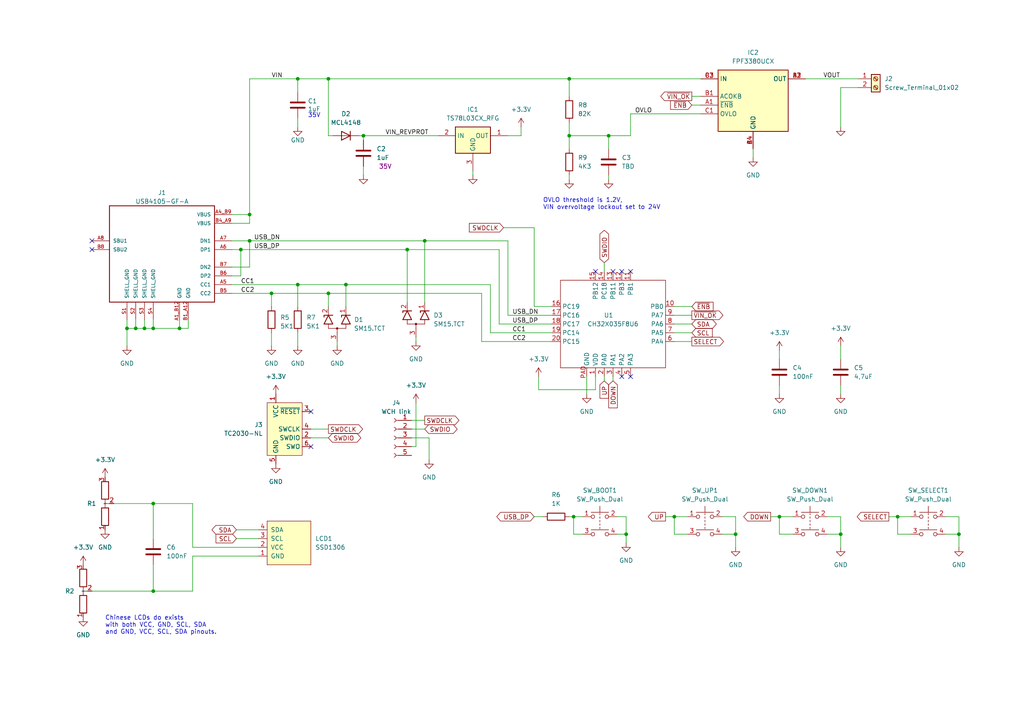
<source format=kicad_sch>
(kicad_sch (version 20230121) (generator eeschema)
  (paper "A4")
  (lib_symbols
    (symbol "CH32X035:CH32X035F8U6"
      (property "Reference" "U" (at 0 0 0))
      (symbol "CH32X035F8U6_1_0"
        (polyline (pts (xy -15.24 12.7) (xy -5.08 12.7) (xy 15.24 12.7) (xy 15.24 -12.7) (xy 12.7 -12.7) (xy -15.24 -12.7) (xy -15.24 12.7) (xy -5.08 12.7)))
      )
      (symbol "CH32X035F8U6_1_1"
        (pin power_in line (at -5.08 -15.24 90) (length 2.54) (name "VDD") (number "1"))
        (pin bidirectional line (at 17.78 5.08 180) (length 2.54) (name "PB0") (number "10"))
        (pin bidirectional line (at 5.08 15.24 270) (length 2.54) (name "PB1") (number "11"))
        (pin bidirectional line (at 2.54 15.24 270) (length 2.54) (name "PB3") (number "12"))
        (pin bidirectional line (at 0 15.24 270) (length 2.54) (name "PB11") (number "13"))
        (pin bidirectional line (at -2.54 15.24 270) (length 2.54) (name "PC18") (number "14"))
        (pin bidirectional line (at -5.08 15.24 270) (length 2.54) (name "PB12") (number "15"))
        (pin bidirectional line (at -17.78 5.08 0) (length 2.54) (name "PC19") (number "16"))
        (pin bidirectional line (at -17.78 2.54 0) (length 2.54) (name "PC16") (number "17"))
        (pin bidirectional line (at -17.78 0 0) (length 2.54) (name "PC17") (number "18"))
        (pin bidirectional line (at -17.78 -2.54 0) (length 2.54) (name "PC14") (number "19"))
        (pin bidirectional line (at -2.54 -15.24 90) (length 2.54) (name "PA0") (number "2"))
        (pin bidirectional line (at -17.78 -5.08 0) (length 2.54) (name "PC15") (number "20"))
        (pin bidirectional line (at 0 -15.24 90) (length 2.54) (name "PA1") (number "3"))
        (pin bidirectional line (at 2.54 -15.24 90) (length 2.54) (name "PA2") (number "4"))
        (pin bidirectional line (at 5.08 -15.24 90) (length 2.54) (name "PA3") (number "5"))
        (pin bidirectional line (at 17.78 -5.08 180) (length 2.54) (name "PA4") (number "6"))
        (pin bidirectional line (at 17.78 -2.54 180) (length 2.54) (name "PA5") (number "7"))
        (pin bidirectional line (at 17.78 0 180) (length 2.54) (name "PA6") (number "8"))
        (pin bidirectional line (at 17.78 2.54 180) (length 2.54) (name "PA7") (number "9"))
        (pin bidirectional line (at -7.62 -15.24 90) (length 2.54) (name "GND") (number "PAD"))
      )
    )
    (symbol "Connector:Conn_01x05_Socket" (pin_names (offset 1.016) hide)
      (property "Reference" "J" (at 0 7.62 0))
      (property "Value" "Conn_01x05_Socket" (at 0 -7.62 0))
      (symbol "Conn_01x05_Socket_1_1"
        (arc (start 0 -4.572) (mid -0.5058 -5.08) (end 0 -5.588) (stroke (width 0.1524)))
        (arc (start 0 -2.032) (mid -0.5058 -2.54) (end 0 -3.048) (stroke (width 0.1524)))
        (polyline (pts (xy -1.27 -5.08) (xy -0.508 -5.08)) (stroke (width 0.1524)))
        (polyline (pts (xy -1.27 -2.54) (xy -0.508 -2.54)) (stroke (width 0.1524)))
        (polyline (pts (xy -1.27 0) (xy -0.508 0)) (stroke (width 0.1524)))
        (polyline (pts (xy -1.27 2.54) (xy -0.508 2.54)) (stroke (width 0.1524)))
        (polyline (pts (xy -1.27 5.08) (xy -0.508 5.08)) (stroke (width 0.1524)))
        (arc (start 0 0.508) (mid -0.5058 0) (end 0 -0.508) (stroke (width 0.1524)))
        (arc (start 0 3.048) (mid -0.5058 2.54) (end 0 2.032) (stroke (width 0.1524)))
        (arc (start 0 5.588) (mid -0.5058 5.08) (end 0 4.572) (stroke (width 0.1524)))
        (pin passive line (at -5.08 5.08 0) (length 3.81) (name "Pin_1") (number "1"))
        (pin passive line (at -5.08 2.54 0) (length 3.81) (name "Pin_2") (number "2"))
        (pin passive line (at -5.08 0 0) (length 3.81) (name "Pin_3") (number "3"))
        (pin passive line (at -5.08 -2.54 0) (length 3.81) (name "Pin_4") (number "4"))
        (pin passive line (at -5.08 -5.08 0) (length 3.81) (name "Pin_5") (number "5"))
      )
    )
    (symbol "Connector:Conn_ARM_SWD_TagConnect_TC2030-NL" (in_bom no)
      (property "Reference" "J" (at 2.54 11.43 0))
      (property "Value" "Conn_ARM_SWD_TagConnect_TC2030-NL" (at 2.54 8.89 0))
      (symbol "Conn_ARM_SWD_TagConnect_TC2030-NL_0_0"
        (pin power_in line (at -2.54 10.16 270) (length 2.54) (name "VCC") (number "1"))
        (pin bidirectional line (at 7.62 -2.54 180) (length 2.54) (name "SWDIO") (number "2"))
        (pin open_collector line (at 7.62 5.08 180) (length 2.54) (name "~{RESET}") (number "3"))
        (pin output line (at 7.62 0 180) (length 2.54) (name "SWCLK") (number "4"))
        (pin power_in line (at -2.54 -10.16 90) (length 2.54) (name "GND") (number "5"))
        (pin input line (at 7.62 -5.08 180) (length 2.54) (name "SWO") (number "6"))
      )
      (symbol "Conn_ARM_SWD_TagConnect_TC2030-NL_0_1"
        (rectangle (start -5.08 7.62) (end 5.08 -7.62) (fill (type background)))
      )
    )
    (symbol "Connector:Screw_Terminal_01x02" (pin_names (offset 1.016) hide)
      (property "Reference" "J" (at 0 2.54 0))
      (property "Value" "Screw_Terminal_01x02" (at 0 -5.08 0))
      (symbol "Screw_Terminal_01x02_1_1"
        (rectangle (start -1.27 1.27) (end 1.27 -3.81) (stroke (width 0.254)) (fill (type background)))
        (circle (center 0 -2.54) (radius 0.635) (stroke (width 0.1524)))
        (polyline (pts (xy -0.5334 -2.2098) (xy 0.3302 -3.048)) (stroke (width 0.1524)))
        (polyline (pts (xy -0.5334 0.3302) (xy 0.3302 -0.508)) (stroke (width 0.1524)))
        (polyline (pts (xy -0.3556 -2.032) (xy 0.508 -2.8702)) (stroke (width 0.1524)))
        (polyline (pts (xy -0.3556 0.508) (xy 0.508 -0.3302)) (stroke (width 0.1524)))
        (circle (center 0 0) (radius 0.635) (stroke (width 0.1524)))
        (pin passive line (at -5.08 0 0) (length 3.81) (name "Pin_1") (number "1"))
        (pin passive line (at -5.08 -2.54 0) (length 3.81) (name "Pin_2") (number "2"))
      )
    )
    (symbol "Device:C" (pin_numbers hide) (pin_names (offset 0.254))
      (property "Reference" "C" (at 0.635 2.54 0))
      (property "Value" "C" (at 0.635 -2.54 0))
      (symbol "C_0_1"
        (polyline (pts (xy -2.032 -0.762) (xy 2.032 -0.762)) (stroke (width 0.508)))
        (polyline (pts (xy -2.032 0.762) (xy 2.032 0.762)) (stroke (width 0.508)))
      )
      (symbol "C_1_1"
        (pin passive line (at 0 3.81 270) (length 2.794) (name "~") (number "1"))
        (pin passive line (at 0 -3.81 90) (length 2.794) (name "~") (number "2"))
      )
    )
    (symbol "Device:R" (pin_numbers hide) (pin_names (offset 0))
      (property "Reference" "R" (at 2.032 0 90))
      (property "Value" "R" (at 0 0 90))
      (symbol "R_0_1"
        (rectangle (start -1.016 -2.54) (end 1.016 2.54) (stroke (width 0.254)))
      )
      (symbol "R_1_1"
        (pin passive line (at 0 3.81 270) (length 1.27) (name "~") (number "1"))
        (pin passive line (at 0 -3.81 90) (length 1.27) (name "~") (number "2"))
      )
    )
    (symbol "Diode:MCL4148" (pin_numbers hide) (pin_names hide)
      (property "Reference" "D" (at 0 2.54 0))
      (property "Value" "MCL4148" (at 0 -2.54 0))
      (symbol "MCL4148_0_1"
        (polyline (pts (xy -1.27 1.27) (xy -1.27 -1.27)) (stroke (width 0.254)))
        (polyline (pts (xy 1.27 0) (xy -1.27 0)))
        (polyline (pts (xy 1.27 1.27) (xy 1.27 -1.27) (xy -1.27 0) (xy 1.27 1.27)) (stroke (width 0.254)))
      )
      (symbol "MCL4148_1_1"
        (pin passive line (at -3.81 0 0) (length 2.54) (name "K") (number "1"))
        (pin passive line (at 3.81 0 180) (length 2.54) (name "A") (number "2"))
      )
    )
    (symbol "FPF3380UCX:FPF3380UCX"
      (property "Reference" "IC" (at 26.67 7.62 0))
      (property "Value" "FPF3380UCX" (at 26.67 5.08 0))
      (symbol "FPF3380UCX_1_1"
        (rectangle (start 5.08 2.54) (end 25.4 -15.24) (stroke (width 0.254)) (fill (type background)))
        (pin input line (at 0 -7.62 0) (length 5.08) (name "~{ENB}") (number "A1"))
        (pin passive line (at 30.48 0 180) (length 5.08) (name "OUT") (number "A2"))
        (pin passive line (at 30.48 0 180) (length 5.08) (name "OUT") (number "A3"))
        (pin passive line (at 15.24 -20.32 90) (length 5.08) (name "GND") (number "A4"))
        (pin open_collector line (at 0 -5.08 0) (length 5.08) (name "ACOKB") (number "B1"))
        (pin passive line (at 30.48 0 180) (length 5.08) (name "OUT") (number "B2"))
        (pin passive line (at 0 0 0) (length 5.08) (name "IN") (number "B3"))
        (pin passive line (at 15.24 -20.32 90) (length 5.08) (name "GND") (number "B4"))
        (pin passive line (at 0 -10.16 0) (length 5.08) (name "OVLO") (number "C1"))
        (pin passive line (at 0 0 0) (length 5.08) (name "IN") (number "C2"))
        (pin passive line (at 0 0 0) (length 5.08) (name "IN") (number "C3"))
        (pin passive line (at 15.24 -20.32 90) (length 5.08) (name "GND") (number "C4"))
      )
    )
    (symbol "Power_Protection:RCLAMP0502B" (pin_names hide)
      (property "Reference" "D" (at 0 5.08 0))
      (property "Value" "RCLAMP0502B" (at 0 -5.08 0))
      (symbol "RCLAMP0502B_0_1"
        (polyline (pts (xy -2.54 0) (xy -1.27 0)))
        (polyline (pts (xy -1.27 2.54) (xy -1.27 -2.54)))
        (polyline (pts (xy 0 2.54) (xy -1.27 2.54)) (stroke (width 0.1524)))
        (polyline (pts (xy 2.54 3.81) (xy 2.54 1.27) (xy 2.032 1.27)) (stroke (width 0.254)))
        (polyline (pts (xy 0 1.27) (xy 0 3.81) (xy 2.54 2.54) (xy 0 1.27)) (stroke (width 0.254)))
        (pin passive line (at -5.08 0 0) (length 2.54) (name "A") (number "3"))
      )
      (symbol "RCLAMP0502B_1_1"
        (circle (center -1.27 0) (radius 0.254) (fill (type outline)))
        (polyline (pts (xy 0 -2.54) (xy -1.27 -2.54)) (stroke (width 0.1524)))
        (polyline (pts (xy 2.54 -1.27) (xy 2.54 -3.81) (xy 2.032 -3.81)) (stroke (width 0.254)))
        (polyline (pts (xy 0 -3.81) (xy 0 -1.27) (xy 2.54 -2.54) (xy 0 -3.81)) (stroke (width 0.254)))
        (pin passive line (at 5.08 2.54 180) (length 2.54) (name "K1") (number "1"))
        (pin passive line (at 5.08 -2.54 180) (length 2.54) (name "K2") (number "2"))
      )
    )
    (symbol "SSD1306-128x64_OLED:SSD1306" (pin_names (offset 1.016))
      (property "Reference" "LCD" (at 0 -3.81 0))
      (property "Value" "SSD1306" (at 0 -1.27 0))
      (symbol "SSD1306_0_1"
        (rectangle (start -6.35 6.35) (end 6.35 -6.35) (fill (type background)))
      )
      (symbol "SSD1306_1_1"
        (pin passive line (at -3.81 8.89 270) (length 2.54) (name "GND") (number "1"))
        (pin passive line (at -1.27 8.89 270) (length 2.54) (name "VCC") (number "2"))
        (pin input line (at 1.27 8.89 270) (length 2.54) (name "SCL") (number "3"))
        (pin bidirectional line (at 3.81 8.89 270) (length 2.54) (name "SDA") (number "4"))
      )
    )
    (symbol "Switch:SW_Push_Dual" (pin_names (offset 1.016) hide)
      (property "Reference" "SW" (at 1.27 2.54 0))
      (property "Value" "SW_Push_Dual" (at 0 -6.858 0))
      (symbol "SW_Push_Dual_0_1"
        (circle (center -2.032 -5.08) (radius 0.508))
        (circle (center -2.032 0) (radius 0.508))
        (polyline (pts (xy 0 -3.048) (xy 0 -3.556)))
        (polyline (pts (xy 0 -2.032) (xy 0 -2.54)))
        (polyline (pts (xy 0 -1.524) (xy 0 -1.016)))
        (polyline (pts (xy 0 -0.508) (xy 0 0)))
        (polyline (pts (xy 0 0.508) (xy 0 1.016)))
        (polyline (pts (xy 0 1.27) (xy 0 3.048)))
        (polyline (pts (xy 2.54 -3.81) (xy -2.54 -3.81)))
        (polyline (pts (xy 2.54 1.27) (xy -2.54 1.27)))
        (circle (center 2.032 -5.08) (radius 0.508))
        (circle (center 2.032 0) (radius 0.508))
        (pin passive line (at -5.08 0 0) (length 2.54) (name "1") (number "1"))
        (pin passive line (at 5.08 0 180) (length 2.54) (name "2") (number "2"))
        (pin passive line (at -5.08 -5.08 0) (length 2.54) (name "3") (number "3"))
        (pin passive line (at 5.08 -5.08 180) (length 2.54) (name "4") (number "4"))
      )
    )
    (symbol "TS78L03CX_RFG:TS78L03CX_RFG"
      (property "Reference" "IC" (at 5.08 7.62 0))
      (property "Value" "TS78L03CX_RFG" (at 5.08 5.08 0))
      (symbol "TS78L03CX_RFG_1_1"
        (rectangle (start 5.08 2.54) (end 15.24 -5.08) (stroke (width 0.254)) (fill (type background)))
        (pin power_out line (at 20.32 0 180) (length 5.08) (name "OUT") (number "1"))
        (pin power_in line (at 0 0 0) (length 5.08) (name "IN") (number "2"))
        (pin passive line (at 10.16 -10.16 90) (length 5.08) (name "GND") (number "3"))
      )
    )
    (symbol "USB4105-GF-A:USB4105-GF-A" (pin_names (offset 1.016))
      (property "Reference" "J" (at -13.97 16.51 0))
      (property "Value" "USB4105-GF-A" (at -15.24 -15.24 0))
      (symbol "USB4105-GF-A_0_0"
        (rectangle (start -15.24 15.24) (end 15.24 -12.7) (stroke (width 0.254)))
        (pin power_in line (at 5.08 -17.78 90) (length 5.08) (name "GND") (number "A1_B12"))
        (pin power_in line (at 20.32 12.7 180) (length 5.08) (name "VBUS") (number "A4_B9"))
        (pin bidirectional line (at 20.32 -7.62 180) (length 5.08) (name "CC1") (number "A5"))
        (pin bidirectional line (at 20.32 2.54 180) (length 5.08) (name "DP1") (number "A6"))
        (pin bidirectional line (at 20.32 5.08 180) (length 5.08) (name "DN1") (number "A7"))
        (pin bidirectional line (at -20.32 5.08 0) (length 5.08) (name "SBU1") (number "A8"))
        (pin power_in line (at 7.62 -17.78 90) (length 5.08) (name "GND") (number "B1_A12"))
        (pin power_in line (at 20.32 10.16 180) (length 5.08) (name "VBUS") (number "B4_A9"))
        (pin bidirectional line (at 20.32 -10.16 180) (length 5.08) (name "CC2") (number "B5"))
        (pin bidirectional line (at 20.32 -5.08 180) (length 5.08) (name "DP2") (number "B6"))
        (pin bidirectional line (at 20.32 -2.54 180) (length 5.08) (name "DN2") (number "B7"))
        (pin bidirectional line (at -20.32 2.54 0) (length 5.08) (name "SBU2") (number "B8"))
        (pin power_in line (at -10.16 -17.78 90) (length 5.08) (name "SHELL_GND") (number "S1"))
        (pin power_in line (at -7.62 -17.78 90) (length 5.08) (name "SHELL_GND") (number "S2"))
        (pin power_in line (at -5.08 -17.78 90) (length 5.08) (name "SHELL_GND") (number "S3"))
        (pin power_in line (at -2.54 -17.78 90) (length 5.08) (name "SHELL_GND") (number "S4"))
      )
    )
    (symbol "martonmiklos:R_POPOPT"
      (property "Reference" "R" (at 0 5.08 0))
      (symbol "R_POPOPT_0_1"
        (rectangle (start -6.35 1.016) (end -1.27 -1.016) (stroke (width 0.254)))
        (polyline (pts (xy -1.2842 -0.0017) (xy 1.2558 -0.0017)))
        (polyline (pts (xy 0 0) (xy 0 -2.54)))
        (rectangle (start 1.27 1.016) (end 6.35 -1.016) (stroke (width 0.254)))
      )
      (symbol "R_POPOPT_1_1"
        (pin passive line (at -7.62 0 0) (length 1.27) (name "~") (number "1"))
        (pin passive line (at 0 -2.54 90) (length 1.27) (name "~") (number "2"))
        (pin passive line (at 7.62 0 180) (length 1.27) (name "~") (number "3"))
      )
    )
    (symbol "power:+3.3V" (power) (pin_names (offset 0))
      (property "Value" "+3.3V" (at 0 3.556 0))
      (symbol "+3.3V_0_1"
        (polyline (pts (xy -0.762 1.27) (xy 0 2.54)))
        (polyline (pts (xy 0 0) (xy 0 2.54)))
        (polyline (pts (xy 0 2.54) (xy 0.762 1.27)))
      )
      (symbol "+3.3V_1_1"
        (pin power_in line (at 0 0 90) (length 0) hide (name "+3.3V") (number "1"))
      )
    )
    (symbol "power:GND" (power) (pin_names (offset 0))
      (property "Value" "GND" (at 0 -3.81 0))
      (symbol "GND_0_1"
        (polyline (pts (xy 0 0) (xy 0 -1.27) (xy 1.27 -1.27) (xy 0 -2.54) (xy -1.27 -1.27) (xy 0 -1.27)))
      )
      (symbol "GND_1_1"
        (pin power_in line (at 0 0 270) (length 0) hide (name "GND") (number "1"))
      )
    )
  )
  (junction (at 176.53 39.37))
  (junction (at 39.37 95.25))
  (junction (at 72.39 62.23))
  (junction (at 44.45 95.25))
  (junction (at 78.74 85.09))
  (junction (at 243.84 154.94))
  (junction (at 95.25 85.09))
  (junction (at 118.11 72.39))
  (junction (at 44.45 146.05))
  (junction (at 52.07 95.25))
  (junction (at 86.36 82.55))
  (junction (at 213.36 154.94))
  (junction (at 123.19 69.85))
  (junction (at 95.25 22.86))
  (junction (at 100.33 82.55))
  (junction (at 105.41 39.37))
  (junction (at 181.61 154.94))
  (junction (at 166.37 149.86))
  (junction (at 41.91 95.25))
  (junction (at 44.45 171.45))
  (junction (at 165.1 22.86))
  (junction (at 69.85 72.39))
  (junction (at 260.35 149.86))
  (junction (at 36.83 95.25))
  (junction (at 72.39 69.85))
  (junction (at 195.58 149.86))
  (junction (at 278.13 154.94))
  (junction (at 226.06 149.86))
  (junction (at 165.1 39.37))
  (junction (at 86.36 22.86))
  (no_connect (at 26.67 69.85))
  (no_connect (at 90.17 129.54))
  (no_connect (at 182.88 78.74))
  (no_connect (at 180.34 109.22))
  (no_connect (at 182.88 109.22))
  (no_connect (at 90.17 119.38))
  (no_connect (at 180.34 78.74))
  (no_connect (at 26.67 72.39))
  (no_connect (at 172.72 78.74))
  (no_connect (at 177.8 78.74))
  (wire (pts (xy 68.58 153.67) (xy 74.93 153.67)))
  (wire (pts (xy 213.36 154.94) (xy 209.55 154.94)))
  (wire (pts (xy 33.02 146.05) (xy 44.45 146.05)))
  (wire (pts (xy 243.84 154.94) (xy 243.84 158.75)))
  (wire (pts (xy 86.36 88.9) (xy 86.36 82.55)))
  (wire (pts (xy 95.25 124.46) (xy 90.17 124.46)))
  (wire (pts (xy 195.58 154.94) (xy 199.39 154.94)))
  (wire (pts (xy 200.66 88.9) (xy 195.58 88.9)))
  (wire (pts (xy 233.68 22.86) (xy 248.92 22.86)))
  (wire (pts (xy 165.1 35.56) (xy 165.1 39.37)))
  (wire (pts (xy 154.94 66.04) (xy 154.94 88.9)))
  (wire (pts (xy 209.55 149.86) (xy 213.36 149.86)))
  (wire (pts (xy 165.1 22.86) (xy 203.2 22.86)))
  (wire (pts (xy 176.53 39.37) (xy 176.53 43.18)))
  (wire (pts (xy 142.24 96.52) (xy 160.02 96.52)))
  (wire (pts (xy 123.19 124.46) (xy 119.38 124.46)))
  (wire (pts (xy 95.25 85.09) (xy 95.25 88.9)))
  (wire (pts (xy 213.36 154.94) (xy 213.36 158.75)))
  (wire (pts (xy 123.19 69.85) (xy 123.19 87.63)))
  (wire (pts (xy 124.46 127) (xy 124.46 133.35)))
  (wire (pts (xy 260.35 154.94) (xy 264.16 154.94)))
  (wire (pts (xy 26.67 171.45) (xy 44.45 171.45)))
  (wire (pts (xy 105.41 39.37) (xy 127 39.37)))
  (wire (pts (xy 193.04 149.86) (xy 195.58 149.86)))
  (wire (pts (xy 200.66 91.44) (xy 195.58 91.44)))
  (wire (pts (xy 55.88 158.75) (xy 55.88 146.05)))
  (wire (pts (xy 95.25 85.09) (xy 78.74 85.09)))
  (wire (pts (xy 52.07 95.25) (xy 54.61 95.25)))
  (wire (pts (xy 67.31 77.47) (xy 72.39 77.47)))
  (wire (pts (xy 67.31 80.01) (xy 69.85 80.01)))
  (wire (pts (xy 72.39 77.47) (xy 72.39 69.85)))
  (wire (pts (xy 137.16 49.53) (xy 137.16 50.8)))
  (wire (pts (xy 274.32 149.86) (xy 278.13 149.86)))
  (wire (pts (xy 55.88 171.45) (xy 55.88 161.29)))
  (wire (pts (xy 200.66 30.48) (xy 203.2 30.48)))
  (wire (pts (xy 67.31 82.55) (xy 86.36 82.55)))
  (wire (pts (xy 69.85 72.39) (xy 118.11 72.39)))
  (wire (pts (xy 95.25 39.37) (xy 96.52 39.37)))
  (wire (pts (xy 165.1 22.86) (xy 165.1 27.94)))
  (wire (pts (xy 243.84 111.76) (xy 243.84 114.3)))
  (wire (pts (xy 177.8 109.22) (xy 177.8 110.49)))
  (wire (pts (xy 165.1 39.37) (xy 165.1 43.18)))
  (wire (pts (xy 142.24 96.52) (xy 142.24 82.55)))
  (wire (pts (xy 55.88 146.05) (xy 44.45 146.05)))
  (wire (pts (xy 172.72 109.22) (xy 172.72 113.03)))
  (wire (pts (xy 243.84 25.4) (xy 248.92 25.4)))
  (wire (pts (xy 168.91 154.94) (xy 166.37 154.94)))
  (wire (pts (xy 146.05 66.04) (xy 154.94 66.04)))
  (wire (pts (xy 243.84 25.4) (xy 243.84 36.83)))
  (wire (pts (xy 264.16 149.86) (xy 260.35 149.86)))
  (wire (pts (xy 44.45 146.05) (xy 44.45 156.21)))
  (wire (pts (xy 226.06 111.76) (xy 226.06 114.3)))
  (wire (pts (xy 44.45 95.25) (xy 44.45 92.71)))
  (wire (pts (xy 139.7 85.09) (xy 95.25 85.09)))
  (wire (pts (xy 54.61 95.25) (xy 54.61 92.71)))
  (wire (pts (xy 147.32 91.44) (xy 160.02 91.44)))
  (wire (pts (xy 203.2 33.02) (xy 182.88 33.02)))
  (wire (pts (xy 69.85 80.01) (xy 69.85 72.39)))
  (wire (pts (xy 181.61 154.94) (xy 179.07 154.94)))
  (wire (pts (xy 52.07 95.25) (xy 52.07 92.71)))
  (wire (pts (xy 120.65 116.84) (xy 120.65 129.54)))
  (wire (pts (xy 67.31 85.09) (xy 78.74 85.09)))
  (wire (pts (xy 226.06 149.86) (xy 226.06 154.94)))
  (wire (pts (xy 123.19 121.92) (xy 119.38 121.92)))
  (wire (pts (xy 55.88 161.29) (xy 74.93 161.29)))
  (wire (pts (xy 100.33 82.55) (xy 86.36 82.55)))
  (wire (pts (xy 142.24 82.55) (xy 100.33 82.55)))
  (wire (pts (xy 200.66 93.98) (xy 195.58 93.98)))
  (wire (pts (xy 166.37 149.86) (xy 168.91 149.86)))
  (wire (pts (xy 55.88 158.75) (xy 74.93 158.75)))
  (wire (pts (xy 175.26 109.22) (xy 175.26 110.49)))
  (wire (pts (xy 78.74 85.09) (xy 78.74 88.9)))
  (wire (pts (xy 123.19 69.85) (xy 147.32 69.85)))
  (wire (pts (xy 95.25 22.86) (xy 165.1 22.86)))
  (wire (pts (xy 41.91 95.25) (xy 41.91 92.71)))
  (wire (pts (xy 182.88 33.02) (xy 182.88 39.37)))
  (wire (pts (xy 86.36 22.86) (xy 95.25 22.86)))
  (wire (pts (xy 72.39 69.85) (xy 123.19 69.85)))
  (wire (pts (xy 86.36 96.52) (xy 86.36 100.33)))
  (wire (pts (xy 118.11 72.39) (xy 118.11 87.63)))
  (wire (pts (xy 68.58 156.21) (xy 74.93 156.21)))
  (wire (pts (xy 165.1 149.86) (xy 166.37 149.86)))
  (wire (pts (xy 156.21 113.03) (xy 172.72 113.03)))
  (wire (pts (xy 243.84 100.33) (xy 243.84 104.14)))
  (wire (pts (xy 67.31 64.77) (xy 72.39 64.77)))
  (wire (pts (xy 229.87 149.86) (xy 226.06 149.86)))
  (wire (pts (xy 278.13 149.86) (xy 278.13 154.94)))
  (wire (pts (xy 119.38 127) (xy 124.46 127)))
  (wire (pts (xy 176.53 39.37) (xy 165.1 39.37)))
  (wire (pts (xy 120.65 97.79) (xy 120.65 99.06)))
  (wire (pts (xy 257.81 149.86) (xy 260.35 149.86)))
  (wire (pts (xy 181.61 149.86) (xy 181.61 154.94)))
  (wire (pts (xy 36.83 92.71) (xy 36.83 95.25)))
  (wire (pts (xy 44.45 95.25) (xy 52.07 95.25)))
  (wire (pts (xy 44.45 163.83) (xy 44.45 171.45)))
  (wire (pts (xy 100.33 82.55) (xy 100.33 88.9)))
  (wire (pts (xy 147.32 39.37) (xy 151.13 39.37)))
  (wire (pts (xy 72.39 62.23) (xy 72.39 64.77)))
  (wire (pts (xy 139.7 99.06) (xy 160.02 99.06)))
  (wire (pts (xy 170.18 109.22) (xy 170.18 114.3)))
  (wire (pts (xy 139.7 99.06) (xy 139.7 85.09)))
  (wire (pts (xy 226.06 101.6) (xy 226.06 104.14)))
  (wire (pts (xy 154.94 149.86) (xy 157.48 149.86)))
  (wire (pts (xy 95.25 22.86) (xy 95.25 39.37)))
  (wire (pts (xy 278.13 154.94) (xy 278.13 158.75)))
  (wire (pts (xy 86.36 36.83) (xy 86.36 34.29)))
  (wire (pts (xy 176.53 50.8) (xy 176.53 52.07)))
  (wire (pts (xy 44.45 171.45) (xy 55.88 171.45)))
  (wire (pts (xy 144.78 72.39) (xy 118.11 72.39)))
  (wire (pts (xy 260.35 149.86) (xy 260.35 154.94)))
  (wire (pts (xy 144.78 93.98) (xy 144.78 72.39)))
  (wire (pts (xy 67.31 62.23) (xy 72.39 62.23)))
  (wire (pts (xy 218.44 43.18) (xy 218.44 45.72)))
  (wire (pts (xy 200.66 27.94) (xy 203.2 27.94)))
  (wire (pts (xy 119.38 129.54) (xy 120.65 129.54)))
  (wire (pts (xy 36.83 95.25) (xy 39.37 95.25)))
  (wire (pts (xy 179.07 149.86) (xy 181.61 149.86)))
  (wire (pts (xy 213.36 149.86) (xy 213.36 154.94)))
  (wire (pts (xy 147.32 69.85) (xy 147.32 91.44)))
  (wire (pts (xy 90.17 127) (xy 95.25 127)))
  (wire (pts (xy 41.91 95.25) (xy 44.45 95.25)))
  (wire (pts (xy 97.79 99.06) (xy 97.79 100.33)))
  (wire (pts (xy 175.26 76.2) (xy 175.26 78.74)))
  (wire (pts (xy 105.41 39.37) (xy 105.41 40.64)))
  (wire (pts (xy 105.41 48.26) (xy 105.41 50.8)))
  (wire (pts (xy 78.74 96.52) (xy 78.74 100.33)))
  (wire (pts (xy 195.58 96.52) (xy 200.66 96.52)))
  (wire (pts (xy 223.52 149.86) (xy 226.06 149.86)))
  (wire (pts (xy 72.39 22.86) (xy 72.39 62.23)))
  (wire (pts (xy 160.02 93.98) (xy 144.78 93.98)))
  (wire (pts (xy 67.31 69.85) (xy 72.39 69.85)))
  (wire (pts (xy 39.37 95.25) (xy 41.91 95.25)))
  (wire (pts (xy 39.37 95.25) (xy 39.37 92.71)))
  (wire (pts (xy 165.1 52.07) (xy 165.1 50.8)))
  (wire (pts (xy 156.21 109.22) (xy 156.21 113.03)))
  (wire (pts (xy 36.83 95.25) (xy 36.83 100.33)))
  (wire (pts (xy 151.13 39.37) (xy 151.13 36.83)))
  (wire (pts (xy 243.84 149.86) (xy 243.84 154.94)))
  (wire (pts (xy 182.88 39.37) (xy 176.53 39.37)))
  (wire (pts (xy 86.36 22.86) (xy 86.36 26.67)))
  (wire (pts (xy 69.85 72.39) (xy 67.31 72.39)))
  (wire (pts (xy 72.39 22.86) (xy 86.36 22.86)))
  (wire (pts (xy 199.39 149.86) (xy 195.58 149.86)))
  (wire (pts (xy 195.58 99.06) (xy 200.66 99.06)))
  (wire (pts (xy 278.13 154.94) (xy 274.32 154.94)))
  (wire (pts (xy 195.58 149.86) (xy 195.58 154.94)))
  (wire (pts (xy 104.14 39.37) (xy 105.41 39.37)))
  (wire (pts (xy 181.61 154.94) (xy 181.61 157.48)))
  (wire (pts (xy 226.06 154.94) (xy 229.87 154.94)))
  (wire (pts (xy 154.94 88.9) (xy 160.02 88.9)))
  (wire (pts (xy 166.37 154.94) (xy 166.37 149.86)))
  (wire (pts (xy 243.84 154.94) (xy 240.03 154.94)))
  (wire (pts (xy 240.03 149.86) (xy 243.84 149.86)))
  (text "35V" (at 89.281 34.29 0) (effects (font (size 1.27 1.27)) (justify left bottom)))
  (text "OVLO threshold is 1.2V, \nVIN overvoltage lockout set to 24V" (at 157.48 60.96 0) (effects (font (size 1.27 1.27)) (justify left bottom)))
  (text "Chinese LCDs do exists \nwith both VCC, GND, SCL, SDA\nand GND, VCC, SCL, SDA pinouts." (at 30.48 184.15 0) (effects (font (size 1.27 1.27)) (justify left bottom)))
  (label "USB_DN" (at 73.66 69.85 0))
  (label "USB_DP" (at 73.66 72.39 0))
  (label "VOUT" (at 238.76 22.86 0))
  (label "CC1" (at 69.85 82.55 0))
  (label "VIN" (at 78.74 22.86 0))
  (label "USB_DP" (at 148.59 93.98 0))
  (label "CC2" (at 148.59 99.06 0))
  (label "OVLO" (at 184.15 33.02 0))
  (label "VIN_REVPROT" (at 111.76 39.37 0))
  (label "CC2" (at 69.85 85.09 0))
  (label "CC1" (at 148.59 96.52 0))
  (label "USB_DN" (at 148.59 91.44 0))
  (global_label "DOWN" (shape input) (at 177.8 110.49 270) (property "Intersheetrefs" "${INTERSHEET_REFS}" (effects hide)))
  (global_label "UP" (shape output) (at 193.04 149.86 180) (property "Intersheetrefs" "${INTERSHEET_REFS}" (effects hide)))
  (global_label "~{VIN_OK}" (shape output) (at 200.66 27.94 180) (property "Intersheetrefs" "${INTERSHEET_REFS}" (effects hide)))
  (global_label "SCL" (shape input) (at 68.58 156.21 180) (property "Intersheetrefs" "${INTERSHEET_REFS}" (effects hide)))
  (global_label "SWDIO" (shape bidirectional) (at 123.19 124.46 0) (property "Intersheetrefs" "${INTERSHEET_REFS}" (effects hide)))
  (global_label "SELECT" (shape output) (at 257.81 149.86 180) (property "Intersheetrefs" "${INTERSHEET_REFS}" (effects hide)))
  (global_label "~{ENB}" (shape input) (at 200.66 30.48 180) (property "Intersheetrefs" "${INTERSHEET_REFS}" (effects hide)))
  (global_label "SWDCLK" (shape output) (at 123.19 121.92 0) (property "Intersheetrefs" "${INTERSHEET_REFS}" (effects hide)))
  (global_label "~{VIN_OK}" (shape output) (at 200.66 91.44 0) (property "Intersheetrefs" "${INTERSHEET_REFS}" (effects hide)))
  (global_label "SWDIO" (shape bidirectional) (at 95.25 127 0) (property "Intersheetrefs" "${INTERSHEET_REFS}" (effects hide)))
  (global_label "SWDCLK" (shape output) (at 95.25 124.46 0) (property "Intersheetrefs" "${INTERSHEET_REFS}" (effects hide)))
  (global_label "~{ENB}" (shape input) (at 200.66 88.9 0) (property "Intersheetrefs" "${INTERSHEET_REFS}" (effects hide)))
  (global_label "SDA" (shape bidirectional) (at 68.58 153.67 180) (property "Intersheetrefs" "${INTERSHEET_REFS}" (effects hide)))
  (global_label "SDA" (shape bidirectional) (at 200.66 93.98 0) (property "Intersheetrefs" "${INTERSHEET_REFS}" (effects hide)))
  (global_label "UP" (shape input) (at 175.26 110.49 270) (property "Intersheetrefs" "${INTERSHEET_REFS}" (effects hide)))
  (global_label "SCL" (shape input) (at 200.66 96.52 0) (property "Intersheetrefs" "${INTERSHEET_REFS}" (effects hide)))
  (global_label "USB_DP" (shape bidirectional) (at 154.94 149.86 180) (property "Intersheetrefs" "${INTERSHEET_REFS}" (effects hide)))
  (global_label "SELECT" (shape output) (at 200.66 99.06 0) (property "Intersheetrefs" "${INTERSHEET_REFS}" (effects hide)))
  (global_label "SWDCLK" (shape input) (at 146.05 66.04 180) (property "Intersheetrefs" "${INTERSHEET_REFS}" (effects hide)))
  (global_label "SWDIO" (shape bidirectional) (at 175.26 76.2 90) (property "Intersheetrefs" "${INTERSHEET_REFS}" (effects hide)))
  (global_label "DOWN" (shape output) (at 223.52 149.86 180) (property "Intersheetrefs" "${INTERSHEET_REFS}" (effects hide)))
  (symbol (lib_id "power:GND") (at 86.36 36.83 0) (unit 1)
    (property "Reference" "#PWR05" (effects hide))
    (property "Value" "GND" (at 86.36 40.64 0))
  )
  (symbol (lib_id "Power_Protection:RCLAMP0502B") (at 120.65 92.71 270) (mirror x) (unit 1)
    (property "Reference" "D3" (at 125.73 91.44 90) (effects (justify left)))
    (property "Value" "SM15.TCT" (at 125.73 93.98 90) (effects (justify left)))
    (property "Footprint" "Package_TO_SOT_SMD:SOT-416" (effects hide))
    (property "Datasheet" "https://www.semtech.com/products/circuit-protection/low-capacitance/rclamp0502b" (effects hide))
  )
  (symbol (lib_id "power:+3.3V") (at 24.13 163.83 0) (unit 1)
    (property "Reference" "#PWR027" (effects hide))
    (property "Value" "+3.3V" (at 24.13 158.75 0))
  )
  (symbol (lib_id "Connector:Conn_ARM_SWD_TagConnect_TC2030-NL") (at 82.55 124.46 0) (unit 1) (in_bom no)
    (property "Reference" "J3" (at 76.2 123.19 0) (effects (justify right)))
    (property "Value" "TC2030-NL" (at 76.2 125.73 0) (effects (justify right)))
    (property "Footprint" "Connector:Tag-Connect_TC2030-IDC-NL_2x03_P1.27mm_Vertical" (effects hide))
    (property "Datasheet" "https://www.tag-connect.com/wp-content/uploads/bsk-pdf-manager/TC2030-CTX_1.pdf" (effects hide))
  )
  (symbol (lib_id "Device:C") (at 176.53 46.99 0) (unit 1)
    (property "Reference" "C3" (at 180.34 45.72 0) (effects (justify left)))
    (property "Value" "TBD" (at 180.34 48.26 0) (effects (justify left)))
    (property "Footprint" "Capacitor_SMD:C_0402_1005Metric" (effects hide))
  )
  (symbol (lib_id "Power_Protection:RCLAMP0502B") (at 97.79 93.98 270) (mirror x) (unit 1)
    (property "Reference" "D1" (at 105.41 92.71 90) (effects (justify right)))
    (property "Value" "SM15.TCT" (at 111.76 95.25 90) (effects (justify right)))
    (property "Footprint" "Package_TO_SOT_SMD:SOT-416" (effects hide))
    (property "Datasheet" "https://www.semtech.com/products/circuit-protection/low-capacitance/rclamp0502b" (effects hide))
  )
  (symbol (lib_id "Device:R") (at 165.1 31.75 0) (unit 1)
    (property "Reference" "R8" (at 167.64 30.48 0) (effects (justify left)))
    (property "Value" "82K" (at 167.64 33.02 0) (effects (justify left)))
    (property "Footprint" "Resistor_SMD:R_0402_1005Metric" (effects hide))
  )
  (symbol (lib_id "power:+3.3V") (at 30.48 138.43 0) (unit 1)
    (property "Reference" "#PWR01" (effects hide))
    (property "Value" "+3.3V" (at 30.48 133.35 0))
  )
  (symbol (lib_id "power:GND") (at 124.46 133.35 0) (mirror y) (unit 1)
    (property "Reference" "#PWR030" (effects hide))
    (property "Value" "GND" (at 124.46 138.43 0))
  )
  (symbol (lib_id "martonmiklos:R_POPOPT") (at 30.48 146.05 90) (unit 1)
    (property "Reference" "R1" (at 27.94 146.05 90) (effects (justify left)))
    (property "Value" "~" (at 30.48 146.05 90))
    (property "Footprint" "footprints:R_0603_1608Metric_popopt" (effects hide))
  )
  (symbol (lib_id "power:GND") (at 120.65 99.06 0) (unit 1)
    (property "Reference" "#PWR010" (effects hide))
    (property "Value" "GND" (at 120.65 104.14 0))
  )
  (symbol (lib_id "power:GND") (at 30.48 153.67 0) (unit 1)
    (property "Reference" "#PWR026" (effects hide))
    (property "Value" "GND" (at 30.48 158.75 0))
  )
  (symbol (lib_id "Device:R") (at 161.29 149.86 90) (unit 1)
    (property "Reference" "R6" (at 161.29 143.51 90))
    (property "Value" "1K" (at 161.29 146.05 90))
    (property "Footprint" "Resistor_SMD:R_0402_1005Metric" (effects hide))
  )
  (symbol (lib_id "Device:C") (at 243.84 107.95 0) (unit 1)
    (property "Reference" "C5" (at 247.65 106.68 0) (effects (justify left)))
    (property "Value" "4,7uF" (at 247.65 109.22 0) (effects (justify left)))
    (property "Footprint" "Capacitor_SMD:C_0603_1608Metric" (effects hide))
    (property "Datasheet" "https://www.tme.eu/Document/a2e9a07b0174523a8d05bd1911134755/cx5r.pdf" (effects hide))
    (property "Voltage" "4V" (effects hide))
    (property "MFR_PN" "06034D475KAT2A" (effects hide))
  )
  (symbol (lib_id "Device:C") (at 105.41 44.45 0) (unit 1)
    (property "Reference" "C2" (at 109.22 43.18 0) (effects (justify left)))
    (property "Value" "1uF" (at 109.22 45.72 0) (effects (justify left)))
    (property "Footprint" "Capacitor_SMD:C_0603_1608Metric" (effects hide))
    (property "Voltage" "35V" (at 111.76 48.26 0))
  )
  (symbol (lib_id "power:+3.3V") (at 151.13 36.83 0) (unit 1)
    (property "Reference" "#PWR013" (effects hide))
    (property "Value" "+3.3V" (at 151.13 31.75 0))
  )
  (symbol (lib_id "power:+3.3V") (at 156.21 109.22 0) (unit 1)
    (property "Reference" "#PWR014" (effects hide))
    (property "Value" "+3.3V" (at 156.21 104.14 0))
  )
  (symbol (lib_id "power:GND") (at 97.79 100.33 0) (unit 1)
    (property "Reference" "#PWR07" (effects hide))
    (property "Value" "GND" (at 97.79 105.41 0))
  )
  (symbol (lib_id "Switch:SW_Push_Dual") (at 173.99 149.86 0) (unit 1)
    (property "Reference" "SW_BOOT1" (at 173.99 142.24 0))
    (property "Value" "SW_Push_Dual" (at 173.99 144.78 0))
    (property "Footprint" "Button_Switch_THT:SW_PUSH_6mm" (effects hide))
  )
  (symbol (lib_id "TS78L03CX_RFG:TS78L03CX_RFG") (at 127 39.37 0) (unit 1)
    (property "Reference" "IC1" (at 137.16 31.75 0))
    (property "Value" "TS78L03CX_RFG" (at 137.16 34.29 0))
    (property "Footprint" "footprints:SOT95P275X135-3N" (effects hide))
    (property "Datasheet" "https://www.mouser.in/datasheet/2/395/TS78L00_L2001-1918707.pdf" (effects hide))
    (property "Height" "1.35" (effects hide))
    (property "Mouser Part Number" "821-TS78L03CXRFG" (effects hide))
    (property "Mouser Price/Stock" "https://www.mouser.co.uk/ProductDetail/Taiwan-Semiconductor/TS78L03CX-RFG?qs=QEzMiVqgwc1Q3IKlTT0EEw%3D%3D" (effects hide))
    (property "Manufacturer_Name" "Taiwan Semiconductor" (effects hide))
    (property "Manufacturer_Part_Number" "TS78L03CX RFG" (effects hide))
  )
  (symbol (lib_id "power:GND") (at 80.01 134.62 0) (unit 1)
    (property "Reference" "#PWR02" (effects hide))
    (property "Value" "GND" (at 80.01 139.7 0))
  )
  (symbol (lib_id "Switch:SW_Push_Dual") (at 234.95 149.86 0) (unit 1)
    (property "Reference" "SW_DOWN1" (at 234.95 142.24 0))
    (property "Value" "SW_Push_Dual" (at 234.95 144.78 0))
    (property "Footprint" "Button_Switch_THT:SW_PUSH_6mm" (effects hide))
  )
  (symbol (lib_id "power:GND") (at 105.41 50.8 0) (unit 1)
    (property "Reference" "#PWR09" (effects hide))
    (property "Value" "GND" (effects hide))
  )
  (symbol (lib_id "power:GND") (at 36.83 100.33 0) (unit 1)
    (property "Reference" "#PWR03" (effects hide))
    (property "Value" "GND" (at 36.83 105.41 0))
  )
  (symbol (lib_id "Device:R") (at 165.1 46.99 0) (unit 1)
    (property "Reference" "R9" (at 167.64 45.72 0) (effects (justify left)))
    (property "Value" "4K3" (at 167.64 48.26 0) (effects (justify left)))
    (property "Footprint" "Resistor_SMD:R_0402_1005Metric" (effects hide))
  )
  (symbol (lib_id "power:GND") (at 170.18 114.3 0) (unit 1)
    (property "Reference" "#PWR017" (effects hide))
    (property "Value" "GND" (at 170.18 119.38 0))
  )
  (symbol (lib_id "power:GND") (at 213.36 158.75 0) (unit 1)
    (property "Reference" "#PWR012" (effects hide))
    (property "Value" "GND" (at 213.36 163.83 0))
  )
  (symbol (lib_id "power:+3.3V") (at 243.84 100.33 0) (unit 1)
    (property "Reference" "#PWR024" (effects hide))
    (property "Value" "+3.3V" (at 243.84 95.25 0))
  )
  (symbol (lib_id "power:GND") (at 218.44 45.72 0) (unit 1)
    (property "Reference" "#PWR020" (effects hide))
    (property "Value" "GND" (at 218.44 50.8 0))
  )
  (symbol (lib_id "power:GND") (at 24.13 179.07 0) (unit 1)
    (property "Reference" "#PWR028" (effects hide))
    (property "Value" "GND" (at 24.13 184.15 0))
  )
  (symbol (lib_id "Connector:Conn_01x05_Socket") (at 114.3 127 0) (mirror y) (unit 1)
    (property "Reference" "J4" (at 114.935 116.84 0))
    (property "Value" "WCH link" (at 114.935 119.38 0))
    (property "Footprint" "Connector_PinHeader_2.54mm:PinHeader_1x05_P2.54mm_Vertical" (effects hide))
  )
  (symbol (lib_id "Switch:SW_Push_Dual") (at 269.24 149.86 0) (unit 1)
    (property "Reference" "SW_SELECT1" (at 269.24 142.24 0))
    (property "Value" "SW_Push_Dual" (at 269.24 144.78 0))
    (property "Footprint" "Button_Switch_THT:SW_PUSH_6mm" (effects hide))
  )
  (symbol (lib_id "SSD1306-128x64_OLED:SSD1306") (at 83.82 157.48 90) (unit 1)
    (property "Reference" "LCD1" (at 91.44 156.21 90) (effects (justify right)))
    (property "Value" "SSD1306" (at 91.44 158.75 90) (effects (justify right)))
    (property "Footprint" "footprints:128x64OLED_mounting_holes" (effects hide))
  )
  (symbol (lib_id "CH32X035:CH32X035F8U6") (at 177.8 93.98 0) (unit 1)
    (property "Reference" "U1" (at 176.53 91.44 0))
    (property "Value" "CH32X035F8U6" (at 177.8 93.98 0))
    (property "Footprint" "footprints:UQFN-20_3x3mm_P0.4mm_w_ep" (effects hide))
    (property "Datasheet" "https://www.wch-ic.com/downloads/file/381.html" (effects hide))
  )
  (symbol (lib_id "power:GND") (at 243.84 114.3 0) (unit 1)
    (property "Reference" "#PWR025" (effects hide))
    (property "Value" "GND" (at 243.84 119.38 0))
  )
  (symbol (lib_id "FPF3380UCX:FPF3380UCX") (at 203.2 22.86 0) (unit 1)
    (property "Reference" "IC2" (at 218.44 15.24 0))
    (property "Value" "FPF3380UCX" (at 218.44 17.78 0))
    (property "Footprint" "footprints:FPF3380UCX" (effects hide))
    (property "Datasheet" "https://www.onsemi.cn/download/data-sheet/pdf/fpf3380ucx-d.pdf" (effects hide))
    (property "Height" "0.612" (effects hide))
    (property "Mouser Part Number" "863-FPF3380UCX" (effects hide))
    (property "Mouser Price/Stock" "https://www.mouser.co.uk/ProductDetail/ON-Semiconductor/FPF3380UCX/?qs=XeJtXLiO41SBaTLT6VN0BQ%3D%3D" (effects hide))
    (property "Manufacturer_Name" "onsemi" (effects hide))
    (property "Manufacturer_Part_Number" "FPF3380UCX" (effects hide))
  )
  (symbol (lib_id "power:GND") (at 181.61 157.48 0) (unit 1)
    (property "Reference" "#PWR08" (effects hide))
    (property "Value" "GND" (at 181.61 162.56 0))
  )
  (symbol (lib_id "power:GND") (at 243.84 158.75 0) (unit 1)
    (property "Reference" "#PWR016" (effects hide))
    (property "Value" "GND" (at 243.84 163.83 0))
  )
  (symbol (lib_id "Device:R") (at 86.36 92.71 0) (unit 1)
    (property "Reference" "R7" (at 88.9 92.075 0) (effects (justify left)))
    (property "Value" "5K1" (at 88.9 94.615 0) (effects (justify left)))
    (property "Footprint" "Resistor_SMD:R_0402_1005Metric" (effects hide))
  )
  (symbol (lib_id "martonmiklos:R_POPOPT") (at 24.13 171.45 90) (unit 1)
    (property "Reference" "R2" (at 21.59 171.45 90) (effects (justify left)))
    (property "Value" "~" (at 24.13 171.45 90))
    (property "Footprint" "footprints:R_0603_1608Metric_popopt" (effects hide))
  )
  (symbol (lib_id "power:GND") (at 243.84 36.83 0) (unit 1)
    (property "Reference" "#PWR023" (effects hide))
    (property "Value" "GND" (effects hide))
  )
  (symbol (lib_id "power:GND") (at 137.16 50.8 0) (unit 1)
    (property "Reference" "#PWR011" (effects hide))
    (property "Value" "GND" (effects hide))
  )
  (symbol (lib_id "Device:R") (at 78.74 92.71 0) (unit 1)
    (property "Reference" "R5" (at 81.28 92.075 0) (effects (justify left)))
    (property "Value" "5K1" (at 81.28 94.615 0) (effects (justify left)))
    (property "Footprint" "Resistor_SMD:R_0402_1005Metric" (effects hide))
  )
  (symbol (lib_id "Device:C") (at 86.36 30.48 0) (unit 1)
    (property "Reference" "C1" (at 89.281 29.3116 0) (effects (justify left)))
    (property "Value" "1uF" (at 89.281 31.623 0) (effects (justify left)))
    (property "Footprint" "Capacitor_SMD:C_0603_1608Metric" (effects hide))
  )
  (symbol (lib_id "power:+3.3V") (at 80.01 114.3 0) (unit 1)
    (property "Reference" "#PWR029" (effects hide))
    (property "Value" "+3.3V" (at 80.01 109.22 0))
  )
  (symbol (lib_id "Diode:MCL4148") (at 100.33 39.37 180) (unit 1)
    (property "Reference" "D2" (at 100.33 33.02 0))
    (property "Value" "MCL4148" (at 100.33 35.56 0))
    (property "Footprint" "Diode_SMD:D_MicroMELF" (effects hide))
    (property "Datasheet" "http://www.vishay.com/docs/85566/mlc4148.pdf" (effects hide))
    (property "Sim.Device" "D" (effects hide))
    (property "Sim.Pins" "1=K 2=A" (effects hide))
  )
  (symbol (lib_id "Device:C") (at 226.06 107.95 0) (unit 1)
    (property "Reference" "C4" (at 229.87 106.68 0) (effects (justify left)))
    (property "Value" "100nF" (at 229.87 109.22 0) (effects (justify left)))
    (property "Footprint" "Capacitor_SMD:C_0603_1608Metric" (effects hide))
  )
  (symbol (lib_id "power:+3.3V") (at 226.06 101.6 0) (unit 1)
    (property "Reference" "#PWR021" (effects hide))
    (property "Value" "+3.3V" (at 226.06 96.52 0))
  )
  (symbol (lib_id "power:GND") (at 176.53 52.07 0) (unit 1)
    (property "Reference" "#PWR018" (effects hide))
    (property "Value" "GND" (effects hide))
  )
  (symbol (lib_id "power:GND") (at 78.74 100.33 0) (unit 1)
    (property "Reference" "#PWR04" (effects hide))
    (property "Value" "GND" (at 78.74 105.41 0))
  )
  (symbol (lib_id "power:GND") (at 165.1 52.07 0) (unit 1)
    (property "Reference" "#PWR015" (effects hide))
    (property "Value" "GND" (effects hide))
  )
  (symbol (lib_id "power:+3.3V") (at 120.65 116.84 0) (mirror y) (unit 1)
    (property "Reference" "#PWR031" (effects hide))
    (property "Value" "+3.3V" (at 120.65 111.76 0))
  )
  (symbol (lib_id "Switch:SW_Push_Dual") (at 204.47 149.86 0) (unit 1)
    (property "Reference" "SW_UP1" (at 204.47 142.24 0))
    (property "Value" "SW_Push_Dual" (at 204.47 144.78 0))
    (property "Footprint" "Button_Switch_THT:SW_PUSH_6mm" (effects hide))
  )
  (symbol (lib_id "USB4105-GF-A:USB4105-GF-A") (at 46.99 74.93 0) (unit 1)
    (property "Reference" "J1" (at 46.99 55.88 0))
    (property "Value" "USB4105-GF-A" (at 46.99 58.42 0))
    (property "Footprint" "footprints:GCT_USB4105-GF-A_1" (effects hide))
    (property "STANDARD" "Manufacturer Recommendations" (effects hide))
    (property "PARTREV" "A3" (effects hide))
    (property "MANUFACTURER" "GCT" (effects hide))
    (property "MAXIMUM_PACKAGE_HEIGHT" "3.31 mm" (effects hide))
  )
  (symbol (lib_id "power:GND") (at 226.06 114.3 0) (unit 1)
    (property "Reference" "#PWR022" (effects hide))
    (property "Value" "GND" (at 226.06 119.38 0))
  )
  (symbol (lib_id "power:GND") (at 278.13 158.75 0) (unit 1)
    (property "Reference" "#PWR019" (effects hide))
    (property "Value" "GND" (at 278.13 163.83 0))
  )
  (symbol (lib_id "Connector:Screw_Terminal_01x02") (at 254 22.86 0) (unit 1)
    (property "Reference" "J2" (at 256.54 22.86 0) (effects (justify left)))
    (property "Value" "Screw_Terminal_01x02" (at 256.54 25.4 0) (effects (justify left)))
    (property "Footprint" "Connector_Phoenix_MSTB:PhoenixContact_MSTBVA_2,5_2-G-5,08_1x02_P5.08mm_Vertical" (effects hide))
  )
  (symbol (lib_id "power:GND") (at 86.36 100.33 0) (unit 1)
    (property "Reference" "#PWR06" (effects hide))
    (property "Value" "GND" (at 86.36 105.41 0))
  )
  (symbol (lib_id "Device:C") (at 44.45 160.02 0) (unit 1)
    (property "Reference" "C6" (at 48.26 158.75 0) (effects (justify left)))
    (property "Value" "100nF" (at 48.26 161.29 0) (effects (justify left)))
    (property "Footprint" "Capacitor_SMD:C_0603_1608Metric" (effects hide))
  )
)
</source>
